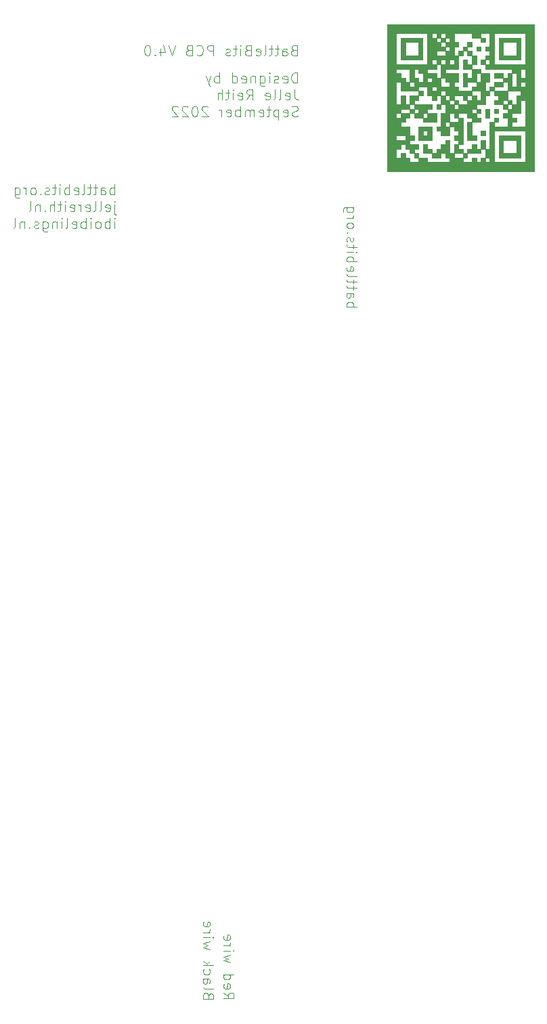
<source format=gbr>
%TF.GenerationSoftware,KiCad,Pcbnew,(6.0.7-1)-1*%
%TF.CreationDate,2022-09-07T09:45:08+02:00*%
%TF.ProjectId,BattleBits_V4,42617474-6c65-4426-9974-735f56342e6b,rev?*%
%TF.SameCoordinates,Original*%
%TF.FileFunction,Other,User*%
%FSLAX46Y46*%
G04 Gerber Fmt 4.6, Leading zero omitted, Abs format (unit mm)*
G04 Created by KiCad (PCBNEW (6.0.7-1)-1) date 2022-09-07 09:45:08*
%MOMM*%
%LPD*%
G01*
G04 APERTURE LIST*
%ADD10C,0.113792*%
%ADD11C,0.012000*%
%ADD12C,0.038893*%
G04 APERTURE END LIST*
D10*
X132582855Y-161521726D02*
X133206002Y-161957929D01*
X132582855Y-162269502D02*
X133891463Y-162269502D01*
X133891463Y-161770985D01*
X133829149Y-161646356D01*
X133766834Y-161584041D01*
X133642205Y-161521726D01*
X133455261Y-161521726D01*
X133330631Y-161584041D01*
X133268317Y-161646356D01*
X133206002Y-161770985D01*
X133206002Y-162269502D01*
X132645170Y-160462377D02*
X132582855Y-160587006D01*
X132582855Y-160836265D01*
X132645170Y-160960894D01*
X132769799Y-161023209D01*
X133268317Y-161023209D01*
X133392946Y-160960894D01*
X133455261Y-160836265D01*
X133455261Y-160587006D01*
X133392946Y-160462377D01*
X133268317Y-160400062D01*
X133143687Y-160400062D01*
X133019058Y-161023209D01*
X132582855Y-159278398D02*
X133891463Y-159278398D01*
X132645170Y-159278398D02*
X132582855Y-159403028D01*
X132582855Y-159652286D01*
X132645170Y-159776916D01*
X132707485Y-159839230D01*
X132832114Y-159901545D01*
X133206002Y-159901545D01*
X133330631Y-159839230D01*
X133392946Y-159776916D01*
X133455261Y-159652286D01*
X133455261Y-159403028D01*
X133392946Y-159278398D01*
X133455261Y-157782846D02*
X132582855Y-157533588D01*
X133206002Y-157284329D01*
X132582855Y-157035070D01*
X133455261Y-156785812D01*
X132582855Y-156287294D02*
X133455261Y-156287294D01*
X133891463Y-156287294D02*
X133829149Y-156349609D01*
X133766834Y-156287294D01*
X133829149Y-156224980D01*
X133891463Y-156287294D01*
X133766834Y-156287294D01*
X132582855Y-155664148D02*
X133455261Y-155664148D01*
X133206002Y-155664148D02*
X133330631Y-155601833D01*
X133392946Y-155539518D01*
X133455261Y-155414889D01*
X133455261Y-155290260D01*
X132645170Y-154355540D02*
X132582855Y-154480169D01*
X132582855Y-154729428D01*
X132645170Y-154854057D01*
X132769799Y-154916372D01*
X133268317Y-154916372D01*
X133392946Y-154854057D01*
X133455261Y-154729428D01*
X133455261Y-154480169D01*
X133392946Y-154355540D01*
X133268317Y-154293225D01*
X133143687Y-154293225D01*
X133019058Y-154916372D01*
X130734043Y-161910096D02*
X130671728Y-161723152D01*
X130609413Y-161660837D01*
X130484784Y-161598522D01*
X130297840Y-161598522D01*
X130173211Y-161660837D01*
X130110896Y-161723152D01*
X130048581Y-161847781D01*
X130048581Y-162346298D01*
X131357189Y-162346298D01*
X131357189Y-161910096D01*
X131294875Y-161785466D01*
X131232560Y-161723152D01*
X131107931Y-161660837D01*
X130983301Y-161660837D01*
X130858672Y-161723152D01*
X130796357Y-161785466D01*
X130734043Y-161910096D01*
X130734043Y-162346298D01*
X130048581Y-160850746D02*
X130110896Y-160975376D01*
X130235525Y-161037690D01*
X131357189Y-161037690D01*
X130048581Y-159791397D02*
X130734043Y-159791397D01*
X130858672Y-159853712D01*
X130920987Y-159978341D01*
X130920987Y-160227600D01*
X130858672Y-160352229D01*
X130110896Y-159791397D02*
X130048581Y-159916026D01*
X130048581Y-160227600D01*
X130110896Y-160352229D01*
X130235525Y-160414544D01*
X130360155Y-160414544D01*
X130484784Y-160352229D01*
X130547099Y-160227600D01*
X130547099Y-159916026D01*
X130609413Y-159791397D01*
X130110896Y-158607418D02*
X130048581Y-158732048D01*
X130048581Y-158981306D01*
X130110896Y-159105936D01*
X130173211Y-159168250D01*
X130297840Y-159230565D01*
X130671728Y-159230565D01*
X130796357Y-159168250D01*
X130858672Y-159105936D01*
X130920987Y-158981306D01*
X130920987Y-158732048D01*
X130858672Y-158607418D01*
X130048581Y-158046586D02*
X131357189Y-158046586D01*
X130547099Y-157921957D02*
X130048581Y-157548069D01*
X130920987Y-157548069D02*
X130422469Y-158046586D01*
X130920987Y-156114832D02*
X130048581Y-155865573D01*
X130671728Y-155616314D01*
X130048581Y-155367056D01*
X130920987Y-155117797D01*
X130048581Y-154619280D02*
X130920987Y-154619280D01*
X131357189Y-154619280D02*
X131294875Y-154681594D01*
X131232560Y-154619280D01*
X131294875Y-154556965D01*
X131357189Y-154619280D01*
X131232560Y-154619280D01*
X130048581Y-153996133D02*
X130920987Y-153996133D01*
X130671728Y-153996133D02*
X130796357Y-153933818D01*
X130858672Y-153871504D01*
X130920987Y-153746874D01*
X130920987Y-153622245D01*
X130110896Y-152687525D02*
X130048581Y-152812154D01*
X130048581Y-153061413D01*
X130110896Y-153186042D01*
X130235525Y-153248357D01*
X130734043Y-153248357D01*
X130858672Y-153186042D01*
X130920987Y-153061413D01*
X130920987Y-152812154D01*
X130858672Y-152687525D01*
X130734043Y-152625210D01*
X130609413Y-152625210D01*
X130484784Y-153248357D01*
X118994461Y-61763967D02*
X118994461Y-60455359D01*
X118994461Y-60953876D02*
X118869832Y-60891562D01*
X118620573Y-60891562D01*
X118495944Y-60953876D01*
X118433629Y-61016191D01*
X118371315Y-61140820D01*
X118371315Y-61514708D01*
X118433629Y-61639338D01*
X118495944Y-61701652D01*
X118620573Y-61763967D01*
X118869832Y-61763967D01*
X118994461Y-61701652D01*
X117249651Y-61763967D02*
X117249651Y-61078506D01*
X117311965Y-60953876D01*
X117436595Y-60891562D01*
X117685853Y-60891562D01*
X117810483Y-60953876D01*
X117249651Y-61701652D02*
X117374280Y-61763967D01*
X117685853Y-61763967D01*
X117810483Y-61701652D01*
X117872797Y-61577023D01*
X117872797Y-61452394D01*
X117810483Y-61327764D01*
X117685853Y-61265450D01*
X117374280Y-61265450D01*
X117249651Y-61203135D01*
X116813448Y-60891562D02*
X116314931Y-60891562D01*
X116626504Y-60455359D02*
X116626504Y-61577023D01*
X116564189Y-61701652D01*
X116439560Y-61763967D01*
X116314931Y-61763967D01*
X116065672Y-60891562D02*
X115567155Y-60891562D01*
X115878728Y-60455359D02*
X115878728Y-61577023D01*
X115816413Y-61701652D01*
X115691784Y-61763967D01*
X115567155Y-61763967D01*
X114944008Y-61763967D02*
X115068637Y-61701652D01*
X115130952Y-61577023D01*
X115130952Y-60455359D01*
X113946973Y-61701652D02*
X114071603Y-61763967D01*
X114320861Y-61763967D01*
X114445491Y-61701652D01*
X114507805Y-61577023D01*
X114507805Y-61078506D01*
X114445491Y-60953876D01*
X114320861Y-60891562D01*
X114071603Y-60891562D01*
X113946973Y-60953876D01*
X113884659Y-61078506D01*
X113884659Y-61203135D01*
X114507805Y-61327764D01*
X113323827Y-61763967D02*
X113323827Y-60455359D01*
X113323827Y-60953876D02*
X113199197Y-60891562D01*
X112949939Y-60891562D01*
X112825309Y-60953876D01*
X112762995Y-61016191D01*
X112700680Y-61140820D01*
X112700680Y-61514708D01*
X112762995Y-61639338D01*
X112825309Y-61701652D01*
X112949939Y-61763967D01*
X113199197Y-61763967D01*
X113323827Y-61701652D01*
X112139848Y-61763967D02*
X112139848Y-60891562D01*
X112139848Y-60455359D02*
X112202163Y-60517674D01*
X112139848Y-60579988D01*
X112077533Y-60517674D01*
X112139848Y-60455359D01*
X112139848Y-60579988D01*
X111703645Y-60891562D02*
X111205128Y-60891562D01*
X111516701Y-60455359D02*
X111516701Y-61577023D01*
X111454387Y-61701652D01*
X111329757Y-61763967D01*
X111205128Y-61763967D01*
X110831240Y-61701652D02*
X110706611Y-61763967D01*
X110457352Y-61763967D01*
X110332723Y-61701652D01*
X110270408Y-61577023D01*
X110270408Y-61514708D01*
X110332723Y-61390079D01*
X110457352Y-61327764D01*
X110644296Y-61327764D01*
X110768925Y-61265450D01*
X110831240Y-61140820D01*
X110831240Y-61078506D01*
X110768925Y-60953876D01*
X110644296Y-60891562D01*
X110457352Y-60891562D01*
X110332723Y-60953876D01*
X109709576Y-61639338D02*
X109647261Y-61701652D01*
X109709576Y-61763967D01*
X109771891Y-61701652D01*
X109709576Y-61639338D01*
X109709576Y-61763967D01*
X108899485Y-61763967D02*
X109024115Y-61701652D01*
X109086429Y-61639338D01*
X109148744Y-61514708D01*
X109148744Y-61140820D01*
X109086429Y-61016191D01*
X109024115Y-60953876D01*
X108899485Y-60891562D01*
X108712541Y-60891562D01*
X108587912Y-60953876D01*
X108525597Y-61016191D01*
X108463283Y-61140820D01*
X108463283Y-61514708D01*
X108525597Y-61639338D01*
X108587912Y-61701652D01*
X108712541Y-61763967D01*
X108899485Y-61763967D01*
X107902451Y-61763967D02*
X107902451Y-60891562D01*
X107902451Y-61140820D02*
X107840136Y-61016191D01*
X107777821Y-60953876D01*
X107653192Y-60891562D01*
X107528563Y-60891562D01*
X106531528Y-60891562D02*
X106531528Y-61950911D01*
X106593843Y-62075540D01*
X106656157Y-62137855D01*
X106780787Y-62200170D01*
X106967731Y-62200170D01*
X107092360Y-62137855D01*
X106531528Y-61701652D02*
X106656157Y-61763967D01*
X106905416Y-61763967D01*
X107030045Y-61701652D01*
X107092360Y-61639338D01*
X107154675Y-61514708D01*
X107154675Y-61140820D01*
X107092360Y-61016191D01*
X107030045Y-60953876D01*
X106905416Y-60891562D01*
X106656157Y-60891562D01*
X106531528Y-60953876D01*
X118994461Y-62998421D02*
X118994461Y-64120085D01*
X119056776Y-64244714D01*
X119181405Y-64307029D01*
X119243720Y-64307029D01*
X118994461Y-62562218D02*
X119056776Y-62624533D01*
X118994461Y-62686847D01*
X118932147Y-62624533D01*
X118994461Y-62562218D01*
X118994461Y-62686847D01*
X117872797Y-63808511D02*
X117997427Y-63870826D01*
X118246685Y-63870826D01*
X118371315Y-63808511D01*
X118433629Y-63683882D01*
X118433629Y-63185365D01*
X118371315Y-63060735D01*
X118246685Y-62998421D01*
X117997427Y-62998421D01*
X117872797Y-63060735D01*
X117810483Y-63185365D01*
X117810483Y-63309994D01*
X118433629Y-63434623D01*
X117062707Y-63870826D02*
X117187336Y-63808511D01*
X117249651Y-63683882D01*
X117249651Y-62562218D01*
X116377245Y-63870826D02*
X116501875Y-63808511D01*
X116564189Y-63683882D01*
X116564189Y-62562218D01*
X115380211Y-63808511D02*
X115504840Y-63870826D01*
X115754099Y-63870826D01*
X115878728Y-63808511D01*
X115941043Y-63683882D01*
X115941043Y-63185365D01*
X115878728Y-63060735D01*
X115754099Y-62998421D01*
X115504840Y-62998421D01*
X115380211Y-63060735D01*
X115317896Y-63185365D01*
X115317896Y-63309994D01*
X115941043Y-63434623D01*
X114757064Y-63870826D02*
X114757064Y-62998421D01*
X114757064Y-63247679D02*
X114694749Y-63123050D01*
X114632435Y-63060735D01*
X114507805Y-62998421D01*
X114383176Y-62998421D01*
X113448456Y-63808511D02*
X113573085Y-63870826D01*
X113822344Y-63870826D01*
X113946973Y-63808511D01*
X114009288Y-63683882D01*
X114009288Y-63185365D01*
X113946973Y-63060735D01*
X113822344Y-62998421D01*
X113573085Y-62998421D01*
X113448456Y-63060735D01*
X113386141Y-63185365D01*
X113386141Y-63309994D01*
X114009288Y-63434623D01*
X112825309Y-63870826D02*
X112825309Y-62998421D01*
X112825309Y-62562218D02*
X112887624Y-62624533D01*
X112825309Y-62686847D01*
X112762995Y-62624533D01*
X112825309Y-62562218D01*
X112825309Y-62686847D01*
X112389107Y-62998421D02*
X111890589Y-62998421D01*
X112202163Y-62562218D02*
X112202163Y-63683882D01*
X112139848Y-63808511D01*
X112015219Y-63870826D01*
X111890589Y-63870826D01*
X111454387Y-63870826D02*
X111454387Y-62562218D01*
X110893555Y-63870826D02*
X110893555Y-63185365D01*
X110955869Y-63060735D01*
X111080499Y-62998421D01*
X111267443Y-62998421D01*
X111392072Y-63060735D01*
X111454387Y-63123050D01*
X110270408Y-63746197D02*
X110208093Y-63808511D01*
X110270408Y-63870826D01*
X110332723Y-63808511D01*
X110270408Y-63746197D01*
X110270408Y-63870826D01*
X109647261Y-62998421D02*
X109647261Y-63870826D01*
X109647261Y-63123050D02*
X109584947Y-63060735D01*
X109460317Y-62998421D01*
X109273373Y-62998421D01*
X109148744Y-63060735D01*
X109086429Y-63185365D01*
X109086429Y-63870826D01*
X108276339Y-63870826D02*
X108400968Y-63808511D01*
X108463283Y-63683882D01*
X108463283Y-62562218D01*
X118994461Y-65977685D02*
X118994461Y-65105280D01*
X118994461Y-64669077D02*
X119056776Y-64731392D01*
X118994461Y-64793706D01*
X118932147Y-64731392D01*
X118994461Y-64669077D01*
X118994461Y-64793706D01*
X118371315Y-65977685D02*
X118371315Y-64669077D01*
X118371315Y-65167594D02*
X118246685Y-65105280D01*
X117997427Y-65105280D01*
X117872797Y-65167594D01*
X117810483Y-65229909D01*
X117748168Y-65354538D01*
X117748168Y-65728426D01*
X117810483Y-65853056D01*
X117872797Y-65915370D01*
X117997427Y-65977685D01*
X118246685Y-65977685D01*
X118371315Y-65915370D01*
X117000392Y-65977685D02*
X117125021Y-65915370D01*
X117187336Y-65853056D01*
X117249651Y-65728426D01*
X117249651Y-65354538D01*
X117187336Y-65229909D01*
X117125021Y-65167594D01*
X117000392Y-65105280D01*
X116813448Y-65105280D01*
X116688819Y-65167594D01*
X116626504Y-65229909D01*
X116564189Y-65354538D01*
X116564189Y-65728426D01*
X116626504Y-65853056D01*
X116688819Y-65915370D01*
X116813448Y-65977685D01*
X117000392Y-65977685D01*
X116003357Y-65977685D02*
X116003357Y-65105280D01*
X116003357Y-64669077D02*
X116065672Y-64731392D01*
X116003357Y-64793706D01*
X115941043Y-64731392D01*
X116003357Y-64669077D01*
X116003357Y-64793706D01*
X115380211Y-65977685D02*
X115380211Y-64669077D01*
X115380211Y-65167594D02*
X115255581Y-65105280D01*
X115006323Y-65105280D01*
X114881693Y-65167594D01*
X114819379Y-65229909D01*
X114757064Y-65354538D01*
X114757064Y-65728426D01*
X114819379Y-65853056D01*
X114881693Y-65915370D01*
X115006323Y-65977685D01*
X115255581Y-65977685D01*
X115380211Y-65915370D01*
X113697715Y-65915370D02*
X113822344Y-65977685D01*
X114071603Y-65977685D01*
X114196232Y-65915370D01*
X114258547Y-65790741D01*
X114258547Y-65292224D01*
X114196232Y-65167594D01*
X114071603Y-65105280D01*
X113822344Y-65105280D01*
X113697715Y-65167594D01*
X113635400Y-65292224D01*
X113635400Y-65416853D01*
X114258547Y-65541482D01*
X112887624Y-65977685D02*
X113012253Y-65915370D01*
X113074568Y-65790741D01*
X113074568Y-64669077D01*
X112389107Y-65977685D02*
X112389107Y-65105280D01*
X112389107Y-64669077D02*
X112451421Y-64731392D01*
X112389107Y-64793706D01*
X112326792Y-64731392D01*
X112389107Y-64669077D01*
X112389107Y-64793706D01*
X111765960Y-65105280D02*
X111765960Y-65977685D01*
X111765960Y-65229909D02*
X111703645Y-65167594D01*
X111579016Y-65105280D01*
X111392072Y-65105280D01*
X111267443Y-65167594D01*
X111205128Y-65292224D01*
X111205128Y-65977685D01*
X110021149Y-65105280D02*
X110021149Y-66164629D01*
X110083464Y-66289258D01*
X110145779Y-66351573D01*
X110270408Y-66413888D01*
X110457352Y-66413888D01*
X110581981Y-66351573D01*
X110021149Y-65915370D02*
X110145779Y-65977685D01*
X110395037Y-65977685D01*
X110519667Y-65915370D01*
X110581981Y-65853056D01*
X110644296Y-65728426D01*
X110644296Y-65354538D01*
X110581981Y-65229909D01*
X110519667Y-65167594D01*
X110395037Y-65105280D01*
X110145779Y-65105280D01*
X110021149Y-65167594D01*
X109460317Y-65915370D02*
X109335688Y-65977685D01*
X109086429Y-65977685D01*
X108961800Y-65915370D01*
X108899485Y-65790741D01*
X108899485Y-65728426D01*
X108961800Y-65603797D01*
X109086429Y-65541482D01*
X109273373Y-65541482D01*
X109398003Y-65479168D01*
X109460317Y-65354538D01*
X109460317Y-65292224D01*
X109398003Y-65167594D01*
X109273373Y-65105280D01*
X109086429Y-65105280D01*
X108961800Y-65167594D01*
X108338653Y-65853056D02*
X108276339Y-65915370D01*
X108338653Y-65977685D01*
X108400968Y-65915370D01*
X108338653Y-65853056D01*
X108338653Y-65977685D01*
X107715507Y-65105280D02*
X107715507Y-65977685D01*
X107715507Y-65229909D02*
X107653192Y-65167594D01*
X107528563Y-65105280D01*
X107341619Y-65105280D01*
X107216989Y-65167594D01*
X107154675Y-65292224D01*
X107154675Y-65977685D01*
X106344584Y-65977685D02*
X106469213Y-65915370D01*
X106531528Y-65790741D01*
X106531528Y-64669077D01*
X147987222Y-75814461D02*
X149295830Y-75814461D01*
X148797313Y-75814461D02*
X148859628Y-75689832D01*
X148859628Y-75440573D01*
X148797313Y-75315944D01*
X148734998Y-75253629D01*
X148610369Y-75191315D01*
X148236481Y-75191315D01*
X148111852Y-75253629D01*
X148049537Y-75315944D01*
X147987222Y-75440573D01*
X147987222Y-75689832D01*
X148049537Y-75814461D01*
X147987222Y-74069651D02*
X148672684Y-74069651D01*
X148797313Y-74131965D01*
X148859628Y-74256595D01*
X148859628Y-74505853D01*
X148797313Y-74630483D01*
X148049537Y-74069651D02*
X147987222Y-74194280D01*
X147987222Y-74505853D01*
X148049537Y-74630483D01*
X148174166Y-74692797D01*
X148298796Y-74692797D01*
X148423425Y-74630483D01*
X148485740Y-74505853D01*
X148485740Y-74194280D01*
X148548054Y-74069651D01*
X148859628Y-73633448D02*
X148859628Y-73134931D01*
X149295830Y-73446504D02*
X148174166Y-73446504D01*
X148049537Y-73384189D01*
X147987222Y-73259560D01*
X147987222Y-73134931D01*
X148859628Y-72885672D02*
X148859628Y-72387155D01*
X149295830Y-72698728D02*
X148174166Y-72698728D01*
X148049537Y-72636413D01*
X147987222Y-72511784D01*
X147987222Y-72387155D01*
X147987222Y-71764008D02*
X148049537Y-71888637D01*
X148174166Y-71950952D01*
X149295830Y-71950952D01*
X148049537Y-70766973D02*
X147987222Y-70891603D01*
X147987222Y-71140861D01*
X148049537Y-71265491D01*
X148174166Y-71327805D01*
X148672684Y-71327805D01*
X148797313Y-71265491D01*
X148859628Y-71140861D01*
X148859628Y-70891603D01*
X148797313Y-70766973D01*
X148672684Y-70704659D01*
X148548054Y-70704659D01*
X148423425Y-71327805D01*
X147987222Y-70143827D02*
X149295830Y-70143827D01*
X148797313Y-70143827D02*
X148859628Y-70019197D01*
X148859628Y-69769939D01*
X148797313Y-69645309D01*
X148734998Y-69582995D01*
X148610369Y-69520680D01*
X148236481Y-69520680D01*
X148111852Y-69582995D01*
X148049537Y-69645309D01*
X147987222Y-69769939D01*
X147987222Y-70019197D01*
X148049537Y-70143827D01*
X147987222Y-68959848D02*
X148859628Y-68959848D01*
X149295830Y-68959848D02*
X149233516Y-69022163D01*
X149171201Y-68959848D01*
X149233516Y-68897533D01*
X149295830Y-68959848D01*
X149171201Y-68959848D01*
X148859628Y-68523645D02*
X148859628Y-68025128D01*
X149295830Y-68336701D02*
X148174166Y-68336701D01*
X148049537Y-68274387D01*
X147987222Y-68149757D01*
X147987222Y-68025128D01*
X148049537Y-67651240D02*
X147987222Y-67526611D01*
X147987222Y-67277352D01*
X148049537Y-67152723D01*
X148174166Y-67090408D01*
X148236481Y-67090408D01*
X148361110Y-67152723D01*
X148423425Y-67277352D01*
X148423425Y-67464296D01*
X148485740Y-67588925D01*
X148610369Y-67651240D01*
X148672684Y-67651240D01*
X148797313Y-67588925D01*
X148859628Y-67464296D01*
X148859628Y-67277352D01*
X148797313Y-67152723D01*
X148111852Y-66529576D02*
X148049537Y-66467261D01*
X147987222Y-66529576D01*
X148049537Y-66591891D01*
X148111852Y-66529576D01*
X147987222Y-66529576D01*
X147987222Y-65719485D02*
X148049537Y-65844115D01*
X148111852Y-65906429D01*
X148236481Y-65968744D01*
X148610369Y-65968744D01*
X148734998Y-65906429D01*
X148797313Y-65844115D01*
X148859628Y-65719485D01*
X148859628Y-65532541D01*
X148797313Y-65407912D01*
X148734998Y-65345597D01*
X148610369Y-65283283D01*
X148236481Y-65283283D01*
X148111852Y-65345597D01*
X148049537Y-65407912D01*
X147987222Y-65532541D01*
X147987222Y-65719485D01*
X147987222Y-64722451D02*
X148859628Y-64722451D01*
X148610369Y-64722451D02*
X148734998Y-64660136D01*
X148797313Y-64597821D01*
X148859628Y-64473192D01*
X148859628Y-64348563D01*
X148859628Y-63351528D02*
X147800278Y-63351528D01*
X147675649Y-63413843D01*
X147613334Y-63476157D01*
X147551020Y-63600787D01*
X147551020Y-63787731D01*
X147613334Y-63912360D01*
X148049537Y-63351528D02*
X147987222Y-63476157D01*
X147987222Y-63725416D01*
X148049537Y-63850045D01*
X148111852Y-63912360D01*
X148236481Y-63974675D01*
X148610369Y-63974675D01*
X148734998Y-63912360D01*
X148797313Y-63850045D01*
X148859628Y-63725416D01*
X148859628Y-63476157D01*
X148797313Y-63351528D01*
X141854461Y-47793967D02*
X141854461Y-46485359D01*
X141542888Y-46485359D01*
X141355944Y-46547674D01*
X141231315Y-46672303D01*
X141169000Y-46796932D01*
X141106685Y-47046191D01*
X141106685Y-47233135D01*
X141169000Y-47482394D01*
X141231315Y-47607023D01*
X141355944Y-47731652D01*
X141542888Y-47793967D01*
X141854461Y-47793967D01*
X140047336Y-47731652D02*
X140171965Y-47793967D01*
X140421224Y-47793967D01*
X140545853Y-47731652D01*
X140608168Y-47607023D01*
X140608168Y-47108506D01*
X140545853Y-46983876D01*
X140421224Y-46921562D01*
X140171965Y-46921562D01*
X140047336Y-46983876D01*
X139985021Y-47108506D01*
X139985021Y-47233135D01*
X140608168Y-47357764D01*
X139486504Y-47731652D02*
X139361875Y-47793967D01*
X139112616Y-47793967D01*
X138987987Y-47731652D01*
X138925672Y-47607023D01*
X138925672Y-47544708D01*
X138987987Y-47420079D01*
X139112616Y-47357764D01*
X139299560Y-47357764D01*
X139424189Y-47295450D01*
X139486504Y-47170820D01*
X139486504Y-47108506D01*
X139424189Y-46983876D01*
X139299560Y-46921562D01*
X139112616Y-46921562D01*
X138987987Y-46983876D01*
X138364840Y-47793967D02*
X138364840Y-46921562D01*
X138364840Y-46485359D02*
X138427155Y-46547674D01*
X138364840Y-46609988D01*
X138302525Y-46547674D01*
X138364840Y-46485359D01*
X138364840Y-46609988D01*
X137180861Y-46921562D02*
X137180861Y-47980911D01*
X137243176Y-48105540D01*
X137305491Y-48167855D01*
X137430120Y-48230170D01*
X137617064Y-48230170D01*
X137741693Y-48167855D01*
X137180861Y-47731652D02*
X137305491Y-47793967D01*
X137554749Y-47793967D01*
X137679379Y-47731652D01*
X137741693Y-47669338D01*
X137804008Y-47544708D01*
X137804008Y-47170820D01*
X137741693Y-47046191D01*
X137679379Y-46983876D01*
X137554749Y-46921562D01*
X137305491Y-46921562D01*
X137180861Y-46983876D01*
X136557715Y-46921562D02*
X136557715Y-47793967D01*
X136557715Y-47046191D02*
X136495400Y-46983876D01*
X136370771Y-46921562D01*
X136183827Y-46921562D01*
X136059197Y-46983876D01*
X135996883Y-47108506D01*
X135996883Y-47793967D01*
X134875219Y-47731652D02*
X134999848Y-47793967D01*
X135249107Y-47793967D01*
X135373736Y-47731652D01*
X135436051Y-47607023D01*
X135436051Y-47108506D01*
X135373736Y-46983876D01*
X135249107Y-46921562D01*
X134999848Y-46921562D01*
X134875219Y-46983876D01*
X134812904Y-47108506D01*
X134812904Y-47233135D01*
X135436051Y-47357764D01*
X133691240Y-47793967D02*
X133691240Y-46485359D01*
X133691240Y-47731652D02*
X133815869Y-47793967D01*
X134065128Y-47793967D01*
X134189757Y-47731652D01*
X134252072Y-47669338D01*
X134314387Y-47544708D01*
X134314387Y-47170820D01*
X134252072Y-47046191D01*
X134189757Y-46983876D01*
X134065128Y-46921562D01*
X133815869Y-46921562D01*
X133691240Y-46983876D01*
X132071059Y-47793967D02*
X132071059Y-46485359D01*
X132071059Y-46983876D02*
X131946429Y-46921562D01*
X131697171Y-46921562D01*
X131572541Y-46983876D01*
X131510227Y-47046191D01*
X131447912Y-47170820D01*
X131447912Y-47544708D01*
X131510227Y-47669338D01*
X131572541Y-47731652D01*
X131697171Y-47793967D01*
X131946429Y-47793967D01*
X132071059Y-47731652D01*
X131011709Y-46921562D02*
X130700136Y-47793967D01*
X130388563Y-46921562D02*
X130700136Y-47793967D01*
X130824765Y-48105540D01*
X130887080Y-48167855D01*
X131011709Y-48230170D01*
X141480573Y-48592218D02*
X141480573Y-49526938D01*
X141542888Y-49713882D01*
X141667517Y-49838511D01*
X141854461Y-49900826D01*
X141979091Y-49900826D01*
X140358909Y-49838511D02*
X140483539Y-49900826D01*
X140732797Y-49900826D01*
X140857427Y-49838511D01*
X140919741Y-49713882D01*
X140919741Y-49215365D01*
X140857427Y-49090735D01*
X140732797Y-49028421D01*
X140483539Y-49028421D01*
X140358909Y-49090735D01*
X140296595Y-49215365D01*
X140296595Y-49339994D01*
X140919741Y-49464623D01*
X139548819Y-49900826D02*
X139673448Y-49838511D01*
X139735763Y-49713882D01*
X139735763Y-48592218D01*
X138863357Y-49900826D02*
X138987987Y-49838511D01*
X139050301Y-49713882D01*
X139050301Y-48592218D01*
X137866323Y-49838511D02*
X137990952Y-49900826D01*
X138240211Y-49900826D01*
X138364840Y-49838511D01*
X138427155Y-49713882D01*
X138427155Y-49215365D01*
X138364840Y-49090735D01*
X138240211Y-49028421D01*
X137990952Y-49028421D01*
X137866323Y-49090735D01*
X137804008Y-49215365D01*
X137804008Y-49339994D01*
X138427155Y-49464623D01*
X135498365Y-49900826D02*
X135934568Y-49277679D01*
X136246141Y-49900826D02*
X136246141Y-48592218D01*
X135747624Y-48592218D01*
X135622995Y-48654533D01*
X135560680Y-48716847D01*
X135498365Y-48841477D01*
X135498365Y-49028421D01*
X135560680Y-49153050D01*
X135622995Y-49215365D01*
X135747624Y-49277679D01*
X136246141Y-49277679D01*
X134439016Y-49838511D02*
X134563645Y-49900826D01*
X134812904Y-49900826D01*
X134937533Y-49838511D01*
X134999848Y-49713882D01*
X134999848Y-49215365D01*
X134937533Y-49090735D01*
X134812904Y-49028421D01*
X134563645Y-49028421D01*
X134439016Y-49090735D01*
X134376701Y-49215365D01*
X134376701Y-49339994D01*
X134999848Y-49464623D01*
X133815869Y-49900826D02*
X133815869Y-49028421D01*
X133815869Y-48592218D02*
X133878184Y-48654533D01*
X133815869Y-48716847D01*
X133753555Y-48654533D01*
X133815869Y-48592218D01*
X133815869Y-48716847D01*
X133379667Y-49028421D02*
X132881149Y-49028421D01*
X133192723Y-48592218D02*
X133192723Y-49713882D01*
X133130408Y-49838511D01*
X133005779Y-49900826D01*
X132881149Y-49900826D01*
X132444947Y-49900826D02*
X132444947Y-48592218D01*
X131884115Y-49900826D02*
X131884115Y-49215365D01*
X131946429Y-49090735D01*
X132071059Y-49028421D01*
X132258003Y-49028421D01*
X132382632Y-49090735D01*
X132444947Y-49153050D01*
X141916776Y-51945370D02*
X141729832Y-52007685D01*
X141418259Y-52007685D01*
X141293629Y-51945370D01*
X141231315Y-51883056D01*
X141169000Y-51758426D01*
X141169000Y-51633797D01*
X141231315Y-51509168D01*
X141293629Y-51446853D01*
X141418259Y-51384538D01*
X141667517Y-51322224D01*
X141792147Y-51259909D01*
X141854461Y-51197594D01*
X141916776Y-51072965D01*
X141916776Y-50948336D01*
X141854461Y-50823706D01*
X141792147Y-50761392D01*
X141667517Y-50699077D01*
X141355944Y-50699077D01*
X141169000Y-50761392D01*
X140109651Y-51945370D02*
X140234280Y-52007685D01*
X140483539Y-52007685D01*
X140608168Y-51945370D01*
X140670483Y-51820741D01*
X140670483Y-51322224D01*
X140608168Y-51197594D01*
X140483539Y-51135280D01*
X140234280Y-51135280D01*
X140109651Y-51197594D01*
X140047336Y-51322224D01*
X140047336Y-51446853D01*
X140670483Y-51571482D01*
X139486504Y-51135280D02*
X139486504Y-52443888D01*
X139486504Y-51197594D02*
X139361875Y-51135280D01*
X139112616Y-51135280D01*
X138987987Y-51197594D01*
X138925672Y-51259909D01*
X138863357Y-51384538D01*
X138863357Y-51758426D01*
X138925672Y-51883056D01*
X138987987Y-51945370D01*
X139112616Y-52007685D01*
X139361875Y-52007685D01*
X139486504Y-51945370D01*
X138489469Y-51135280D02*
X137990952Y-51135280D01*
X138302525Y-50699077D02*
X138302525Y-51820741D01*
X138240211Y-51945370D01*
X138115581Y-52007685D01*
X137990952Y-52007685D01*
X137056232Y-51945370D02*
X137180861Y-52007685D01*
X137430120Y-52007685D01*
X137554749Y-51945370D01*
X137617064Y-51820741D01*
X137617064Y-51322224D01*
X137554749Y-51197594D01*
X137430120Y-51135280D01*
X137180861Y-51135280D01*
X137056232Y-51197594D01*
X136993917Y-51322224D01*
X136993917Y-51446853D01*
X137617064Y-51571482D01*
X136433085Y-52007685D02*
X136433085Y-51135280D01*
X136433085Y-51259909D02*
X136370771Y-51197594D01*
X136246141Y-51135280D01*
X136059197Y-51135280D01*
X135934568Y-51197594D01*
X135872253Y-51322224D01*
X135872253Y-52007685D01*
X135872253Y-51322224D02*
X135809939Y-51197594D01*
X135685309Y-51135280D01*
X135498365Y-51135280D01*
X135373736Y-51197594D01*
X135311421Y-51322224D01*
X135311421Y-52007685D01*
X134688275Y-52007685D02*
X134688275Y-50699077D01*
X134688275Y-51197594D02*
X134563645Y-51135280D01*
X134314387Y-51135280D01*
X134189757Y-51197594D01*
X134127443Y-51259909D01*
X134065128Y-51384538D01*
X134065128Y-51758426D01*
X134127443Y-51883056D01*
X134189757Y-51945370D01*
X134314387Y-52007685D01*
X134563645Y-52007685D01*
X134688275Y-51945370D01*
X133005779Y-51945370D02*
X133130408Y-52007685D01*
X133379667Y-52007685D01*
X133504296Y-51945370D01*
X133566611Y-51820741D01*
X133566611Y-51322224D01*
X133504296Y-51197594D01*
X133379667Y-51135280D01*
X133130408Y-51135280D01*
X133005779Y-51197594D01*
X132943464Y-51322224D01*
X132943464Y-51446853D01*
X133566611Y-51571482D01*
X132382632Y-52007685D02*
X132382632Y-51135280D01*
X132382632Y-51384538D02*
X132320317Y-51259909D01*
X132258003Y-51197594D01*
X132133373Y-51135280D01*
X132008744Y-51135280D01*
X130637821Y-50823706D02*
X130575507Y-50761392D01*
X130450877Y-50699077D01*
X130139304Y-50699077D01*
X130014675Y-50761392D01*
X129952360Y-50823706D01*
X129890045Y-50948336D01*
X129890045Y-51072965D01*
X129952360Y-51259909D01*
X130700136Y-52007685D01*
X129890045Y-52007685D01*
X129079955Y-50699077D02*
X128955325Y-50699077D01*
X128830696Y-50761392D01*
X128768381Y-50823706D01*
X128706067Y-50948336D01*
X128643752Y-51197594D01*
X128643752Y-51509168D01*
X128706067Y-51758426D01*
X128768381Y-51883056D01*
X128830696Y-51945370D01*
X128955325Y-52007685D01*
X129079955Y-52007685D01*
X129204584Y-51945370D01*
X129266899Y-51883056D01*
X129329213Y-51758426D01*
X129391528Y-51509168D01*
X129391528Y-51197594D01*
X129329213Y-50948336D01*
X129266899Y-50823706D01*
X129204584Y-50761392D01*
X129079955Y-50699077D01*
X128145235Y-50823706D02*
X128082920Y-50761392D01*
X127958291Y-50699077D01*
X127646717Y-50699077D01*
X127522088Y-50761392D01*
X127459773Y-50823706D01*
X127397459Y-50948336D01*
X127397459Y-51072965D01*
X127459773Y-51259909D01*
X128207549Y-52007685D01*
X127397459Y-52007685D01*
X126898941Y-50823706D02*
X126836627Y-50761392D01*
X126711997Y-50699077D01*
X126400424Y-50699077D01*
X126275795Y-50761392D01*
X126213480Y-50823706D01*
X126151165Y-50948336D01*
X126151165Y-51072965D01*
X126213480Y-51259909D01*
X126961256Y-52007685D01*
X126151165Y-52007685D01*
X141418259Y-43702224D02*
X141231315Y-43764538D01*
X141169000Y-43826853D01*
X141106685Y-43951482D01*
X141106685Y-44138426D01*
X141169000Y-44263056D01*
X141231315Y-44325370D01*
X141355944Y-44387685D01*
X141854461Y-44387685D01*
X141854461Y-43079077D01*
X141418259Y-43079077D01*
X141293629Y-43141392D01*
X141231315Y-43203706D01*
X141169000Y-43328336D01*
X141169000Y-43452965D01*
X141231315Y-43577594D01*
X141293629Y-43639909D01*
X141418259Y-43702224D01*
X141854461Y-43702224D01*
X139985021Y-44387685D02*
X139985021Y-43702224D01*
X140047336Y-43577594D01*
X140171965Y-43515280D01*
X140421224Y-43515280D01*
X140545853Y-43577594D01*
X139985021Y-44325370D02*
X140109651Y-44387685D01*
X140421224Y-44387685D01*
X140545853Y-44325370D01*
X140608168Y-44200741D01*
X140608168Y-44076112D01*
X140545853Y-43951482D01*
X140421224Y-43889168D01*
X140109651Y-43889168D01*
X139985021Y-43826853D01*
X139548819Y-43515280D02*
X139050301Y-43515280D01*
X139361875Y-43079077D02*
X139361875Y-44200741D01*
X139299560Y-44325370D01*
X139174931Y-44387685D01*
X139050301Y-44387685D01*
X138801043Y-43515280D02*
X138302525Y-43515280D01*
X138614099Y-43079077D02*
X138614099Y-44200741D01*
X138551784Y-44325370D01*
X138427155Y-44387685D01*
X138302525Y-44387685D01*
X137679379Y-44387685D02*
X137804008Y-44325370D01*
X137866323Y-44200741D01*
X137866323Y-43079077D01*
X136682344Y-44325370D02*
X136806973Y-44387685D01*
X137056232Y-44387685D01*
X137180861Y-44325370D01*
X137243176Y-44200741D01*
X137243176Y-43702224D01*
X137180861Y-43577594D01*
X137056232Y-43515280D01*
X136806973Y-43515280D01*
X136682344Y-43577594D01*
X136620029Y-43702224D01*
X136620029Y-43826853D01*
X137243176Y-43951482D01*
X135622995Y-43702224D02*
X135436051Y-43764538D01*
X135373736Y-43826853D01*
X135311421Y-43951482D01*
X135311421Y-44138426D01*
X135373736Y-44263056D01*
X135436051Y-44325370D01*
X135560680Y-44387685D01*
X136059197Y-44387685D01*
X136059197Y-43079077D01*
X135622995Y-43079077D01*
X135498365Y-43141392D01*
X135436051Y-43203706D01*
X135373736Y-43328336D01*
X135373736Y-43452965D01*
X135436051Y-43577594D01*
X135498365Y-43639909D01*
X135622995Y-43702224D01*
X136059197Y-43702224D01*
X134750589Y-44387685D02*
X134750589Y-43515280D01*
X134750589Y-43079077D02*
X134812904Y-43141392D01*
X134750589Y-43203706D01*
X134688275Y-43141392D01*
X134750589Y-43079077D01*
X134750589Y-43203706D01*
X134314387Y-43515280D02*
X133815869Y-43515280D01*
X134127443Y-43079077D02*
X134127443Y-44200741D01*
X134065128Y-44325370D01*
X133940499Y-44387685D01*
X133815869Y-44387685D01*
X133441981Y-44325370D02*
X133317352Y-44387685D01*
X133068093Y-44387685D01*
X132943464Y-44325370D01*
X132881149Y-44200741D01*
X132881149Y-44138426D01*
X132943464Y-44013797D01*
X133068093Y-43951482D01*
X133255037Y-43951482D01*
X133379667Y-43889168D01*
X133441981Y-43764538D01*
X133441981Y-43702224D01*
X133379667Y-43577594D01*
X133255037Y-43515280D01*
X133068093Y-43515280D01*
X132943464Y-43577594D01*
X131323283Y-44387685D02*
X131323283Y-43079077D01*
X130824765Y-43079077D01*
X130700136Y-43141392D01*
X130637821Y-43203706D01*
X130575507Y-43328336D01*
X130575507Y-43515280D01*
X130637821Y-43639909D01*
X130700136Y-43702224D01*
X130824765Y-43764538D01*
X131323283Y-43764538D01*
X129266899Y-44263056D02*
X129329213Y-44325370D01*
X129516157Y-44387685D01*
X129640787Y-44387685D01*
X129827731Y-44325370D01*
X129952360Y-44200741D01*
X130014675Y-44076112D01*
X130076989Y-43826853D01*
X130076989Y-43639909D01*
X130014675Y-43390650D01*
X129952360Y-43266021D01*
X129827731Y-43141392D01*
X129640787Y-43079077D01*
X129516157Y-43079077D01*
X129329213Y-43141392D01*
X129266899Y-43203706D01*
X128269864Y-43702224D02*
X128082920Y-43764538D01*
X128020605Y-43826853D01*
X127958291Y-43951482D01*
X127958291Y-44138426D01*
X128020605Y-44263056D01*
X128082920Y-44325370D01*
X128207549Y-44387685D01*
X128706067Y-44387685D01*
X128706067Y-43079077D01*
X128269864Y-43079077D01*
X128145235Y-43141392D01*
X128082920Y-43203706D01*
X128020605Y-43328336D01*
X128020605Y-43452965D01*
X128082920Y-43577594D01*
X128145235Y-43639909D01*
X128269864Y-43702224D01*
X128706067Y-43702224D01*
X126587368Y-43079077D02*
X126151165Y-44387685D01*
X125714963Y-43079077D01*
X124717928Y-43515280D02*
X124717928Y-44387685D01*
X125029501Y-43016762D02*
X125341075Y-43951482D01*
X124530984Y-43951482D01*
X124032467Y-44263056D02*
X123970152Y-44325370D01*
X124032467Y-44387685D01*
X124094781Y-44325370D01*
X124032467Y-44263056D01*
X124032467Y-44387685D01*
X123160061Y-43079077D02*
X123035432Y-43079077D01*
X122910803Y-43141392D01*
X122848488Y-43203706D01*
X122786173Y-43328336D01*
X122723859Y-43577594D01*
X122723859Y-43889168D01*
X122786173Y-44138426D01*
X122848488Y-44263056D01*
X122910803Y-44325370D01*
X123035432Y-44387685D01*
X123160061Y-44387685D01*
X123284691Y-44325370D01*
X123347005Y-44263056D01*
X123409320Y-44138426D01*
X123471635Y-43889168D01*
X123471635Y-43577594D01*
X123409320Y-43328336D01*
X123347005Y-43203706D01*
X123284691Y-43141392D01*
X123160061Y-43079077D01*
D11*
G36*
X163671254Y-44370621D02*
G01*
X163115629Y-44370621D01*
X163115629Y-43814996D01*
X163671254Y-43814996D01*
X163671254Y-44370621D01*
G37*
X163671254Y-44370621D02*
X163115629Y-44370621D01*
X163115629Y-43814996D01*
X163671254Y-43814996D01*
X163671254Y-44370621D01*
G36*
X164226879Y-45481871D02*
G01*
X163671254Y-45481871D01*
X163671254Y-44370621D01*
X164226879Y-44370621D01*
X164226879Y-45481871D01*
G37*
X164226879Y-45481871D02*
X163671254Y-45481871D01*
X163671254Y-44370621D01*
X164226879Y-44370621D01*
X164226879Y-45481871D01*
G36*
X163115629Y-45481871D02*
G01*
X163671254Y-45481871D01*
X163671254Y-46037496D01*
X162560005Y-46037496D01*
X162560005Y-44926246D01*
X163115629Y-44926246D01*
X163115629Y-45481871D01*
G37*
X163115629Y-45481871D02*
X163671254Y-45481871D01*
X163671254Y-46037496D01*
X162560005Y-46037496D01*
X162560005Y-44926246D01*
X163115629Y-44926246D01*
X163115629Y-45481871D01*
G36*
X167560629Y-48259996D02*
G01*
X166449379Y-48259996D01*
X166449379Y-47704371D01*
X167560629Y-47704371D01*
X167560629Y-48259996D01*
G37*
X167560629Y-48259996D02*
X166449379Y-48259996D01*
X166449379Y-47704371D01*
X167560629Y-47704371D01*
X167560629Y-48259996D01*
G36*
X163115629Y-43814996D02*
G01*
X162560005Y-43814996D01*
X162560005Y-43259371D01*
X163115629Y-43259371D01*
X163115629Y-43814996D01*
G37*
X163115629Y-43814996D02*
X162560005Y-43814996D01*
X162560005Y-43259371D01*
X163115629Y-43259371D01*
X163115629Y-43814996D01*
G36*
X162560005Y-44370621D02*
G01*
X162004379Y-44370621D01*
X162004379Y-43814996D01*
X162560005Y-43814996D01*
X162560005Y-44370621D01*
G37*
X162560005Y-44370621D02*
X162004379Y-44370621D01*
X162004379Y-43814996D01*
X162560005Y-43814996D01*
X162560005Y-44370621D01*
G36*
X165338129Y-42703746D02*
G01*
X164782504Y-42703746D01*
X164782504Y-42148121D01*
X165338129Y-42148121D01*
X165338129Y-42703746D01*
G37*
X165338129Y-42703746D02*
X164782504Y-42703746D01*
X164782504Y-42148121D01*
X165338129Y-42148121D01*
X165338129Y-42703746D01*
G36*
X163671254Y-43259371D02*
G01*
X163115629Y-43259371D01*
X163115629Y-42703746D01*
X163671254Y-42703746D01*
X163671254Y-43259371D01*
G37*
X163671254Y-43259371D02*
X163115629Y-43259371D01*
X163115629Y-42703746D01*
X163671254Y-42703746D01*
X163671254Y-43259371D01*
G36*
X164782504Y-43814996D02*
G01*
X164226879Y-43814996D01*
X164226879Y-43259371D01*
X164782504Y-43259371D01*
X164782504Y-43814996D01*
G37*
X164782504Y-43814996D02*
X164226879Y-43814996D01*
X164226879Y-43259371D01*
X164782504Y-43259371D01*
X164782504Y-43814996D01*
G36*
X167560629Y-47148746D02*
G01*
X166449379Y-47148746D01*
X166449379Y-46593121D01*
X167560629Y-46593121D01*
X167560629Y-47148746D01*
G37*
X167560629Y-47148746D02*
X166449379Y-47148746D01*
X166449379Y-46593121D01*
X167560629Y-46593121D01*
X167560629Y-47148746D01*
G36*
X154809037Y-44898464D02*
G01*
X154809037Y-44370621D01*
X155336880Y-44370621D01*
X157003754Y-44370621D01*
X157003754Y-42703746D01*
X155336880Y-42703746D01*
X155336880Y-44370621D01*
X154809037Y-44370621D01*
X154809037Y-42175902D01*
X157531599Y-42175902D01*
X157531599Y-44898464D01*
X154809037Y-44898464D01*
G37*
X154809037Y-44898464D02*
X154809037Y-44370621D01*
X155336880Y-44370621D01*
X157003754Y-44370621D01*
X157003754Y-42703746D01*
X155336880Y-42703746D01*
X155336880Y-44370621D01*
X154809037Y-44370621D01*
X154809037Y-42175902D01*
X157531599Y-42175902D01*
X157531599Y-44898464D01*
X154809037Y-44898464D01*
G36*
X167032786Y-44898464D02*
G01*
X167032786Y-44370621D01*
X167560629Y-44370621D01*
X169227504Y-44370621D01*
X169227504Y-42703746D01*
X167560629Y-42703746D01*
X167560629Y-44370621D01*
X167032786Y-44370621D01*
X167032786Y-42175902D01*
X169755348Y-42175902D01*
X169755348Y-44898464D01*
X167032786Y-44898464D01*
G37*
X167032786Y-44898464D02*
X167032786Y-44370621D01*
X167560629Y-44370621D01*
X169227504Y-44370621D01*
X169227504Y-42703746D01*
X167560629Y-42703746D01*
X167560629Y-44370621D01*
X167032786Y-44370621D01*
X167032786Y-42175902D01*
X169755348Y-42175902D01*
X169755348Y-44898464D01*
X167032786Y-44898464D01*
G36*
X167005004Y-51593746D02*
G01*
X166449379Y-51593746D01*
X166449379Y-51038120D01*
X167005004Y-51038120D01*
X167005004Y-51593746D01*
G37*
X167005004Y-51593746D02*
X166449379Y-51593746D01*
X166449379Y-51038120D01*
X167005004Y-51038120D01*
X167005004Y-51593746D01*
G36*
X165893754Y-52149370D02*
G01*
X165338129Y-52149370D01*
X165338129Y-51038120D01*
X165893754Y-51038120D01*
X165893754Y-52149370D01*
G37*
X165893754Y-52149370D02*
X165338129Y-52149370D01*
X165338129Y-51038120D01*
X165893754Y-51038120D01*
X165893754Y-52149370D01*
G36*
X167005004Y-52704995D02*
G01*
X166449379Y-52704995D01*
X166449379Y-52149370D01*
X167005004Y-52149370D01*
X167005004Y-52704995D01*
G37*
X167005004Y-52704995D02*
X166449379Y-52704995D01*
X166449379Y-52149370D01*
X167005004Y-52149370D01*
X167005004Y-52704995D01*
G36*
X165338129Y-54371870D02*
G01*
X164782504Y-54371870D01*
X164782504Y-53816245D01*
X165338129Y-53816245D01*
X165338129Y-54371870D01*
G37*
X165338129Y-54371870D02*
X164782504Y-54371870D01*
X164782504Y-53816245D01*
X165338129Y-53816245D01*
X165338129Y-54371870D01*
G36*
X163671254Y-54371870D02*
G01*
X164226879Y-54371870D01*
X164226879Y-54927496D01*
X163115629Y-54927496D01*
X163115629Y-52704995D01*
X163671254Y-52704995D01*
X163671254Y-54371870D01*
G37*
X163671254Y-54371870D02*
X164226879Y-54371870D01*
X164226879Y-54927496D01*
X163115629Y-54927496D01*
X163115629Y-52704995D01*
X163671254Y-52704995D01*
X163671254Y-54371870D01*
G36*
X159781880Y-51038120D02*
G01*
X159226255Y-51038120D01*
X159226255Y-50482495D01*
X159781880Y-50482495D01*
X159781880Y-51038120D01*
G37*
X159781880Y-51038120D02*
X159226255Y-51038120D01*
X159226255Y-50482495D01*
X159781880Y-50482495D01*
X159781880Y-51038120D01*
G36*
X157003754Y-54927496D02*
G01*
X157003754Y-54371870D01*
X157559380Y-54371870D01*
X158115005Y-54371870D01*
X158115005Y-53816245D01*
X157559380Y-53816245D01*
X157559380Y-54371870D01*
X157003754Y-54371870D01*
X157003754Y-53260621D01*
X158670629Y-53260621D01*
X158670629Y-54927496D01*
X157003754Y-54927496D01*
G37*
X157003754Y-54927496D02*
X157003754Y-54371870D01*
X157559380Y-54371870D01*
X158115005Y-54371870D01*
X158115005Y-53816245D01*
X157559380Y-53816245D01*
X157559380Y-54371870D01*
X157003754Y-54371870D01*
X157003754Y-53260621D01*
X158670629Y-53260621D01*
X158670629Y-54927496D01*
X157003754Y-54927496D01*
G36*
X158115005Y-56038745D02*
G01*
X158670629Y-56038745D01*
X158670629Y-56594370D01*
X157559380Y-56594370D01*
X157559380Y-55483120D01*
X158115005Y-55483120D01*
X158115005Y-56038745D01*
G37*
X158115005Y-56038745D02*
X158670629Y-56038745D01*
X158670629Y-56594370D01*
X157559380Y-56594370D01*
X157559380Y-55483120D01*
X158115005Y-55483120D01*
X158115005Y-56038745D01*
G36*
X167032786Y-57122213D02*
G01*
X167032786Y-56594370D01*
X167560629Y-56594370D01*
X169227504Y-56594370D01*
X169227504Y-54927496D01*
X167560629Y-54927496D01*
X167560629Y-56594370D01*
X167032786Y-56594370D01*
X167032786Y-54399651D01*
X169755348Y-54399651D01*
X169755348Y-57122213D01*
X167032786Y-57122213D01*
G37*
X167032786Y-57122213D02*
X167032786Y-56594370D01*
X167560629Y-56594370D01*
X169227504Y-56594370D01*
X169227504Y-54927496D01*
X167560629Y-54927496D01*
X167560629Y-56594370D01*
X167032786Y-56594370D01*
X167032786Y-54399651D01*
X169755348Y-54399651D01*
X169755348Y-57122213D01*
X167032786Y-57122213D01*
G36*
X153114381Y-58816869D02*
G01*
X153114381Y-57149996D01*
X154225630Y-57149996D01*
X154781254Y-57149996D01*
X154781254Y-56594370D01*
X155336880Y-56594370D01*
X155336880Y-57149996D01*
X155892505Y-57149996D01*
X155892505Y-57705620D01*
X157003754Y-57705620D01*
X157003754Y-57149996D01*
X156448130Y-57149996D01*
X156448130Y-56594370D01*
X155892505Y-56594370D01*
X155892505Y-56038745D01*
X155336880Y-56038745D01*
X155336880Y-55483120D01*
X154781254Y-55483120D01*
X154781254Y-56038745D01*
X154225630Y-56038745D01*
X154225630Y-57149996D01*
X153114381Y-57149996D01*
X153114381Y-54927496D01*
X154225630Y-54927496D01*
X155336880Y-54927496D01*
X155336880Y-54371870D01*
X154225630Y-54371870D01*
X154225630Y-54927496D01*
X153114381Y-54927496D01*
X153114381Y-52149370D01*
X154225630Y-52149370D01*
X154781254Y-52149370D01*
X154781254Y-51593746D01*
X155892505Y-51593746D01*
X155892505Y-52149370D01*
X155336880Y-52149370D01*
X155336880Y-52704995D01*
X154781254Y-52704995D01*
X154781254Y-53260621D01*
X155892505Y-53260621D01*
X155892505Y-54371870D01*
X156448130Y-54371870D01*
X156448130Y-54927496D01*
X155892505Y-54927496D01*
X155892505Y-55483120D01*
X157003754Y-55483120D01*
X157003754Y-56038745D01*
X156448130Y-56038745D01*
X156448130Y-56594370D01*
X157003754Y-56594370D01*
X157003754Y-57149996D01*
X158115005Y-57149996D01*
X158115005Y-57705620D01*
X160893130Y-57705620D01*
X160893130Y-57149996D01*
X161448755Y-57149996D01*
X162560005Y-57149996D01*
X162560005Y-57705620D01*
X163671254Y-57705620D01*
X163671254Y-57149996D01*
X164226879Y-57149996D01*
X164226879Y-57705620D01*
X164782504Y-57705620D01*
X165338129Y-57705620D01*
X165893754Y-57705620D01*
X166449379Y-57705620D01*
X170338754Y-57705620D01*
X170338754Y-53816245D01*
X166449379Y-53816245D01*
X166449379Y-57705620D01*
X165893754Y-57705620D01*
X165893754Y-57149996D01*
X165338129Y-57149996D01*
X165338129Y-57705620D01*
X164782504Y-57705620D01*
X164782504Y-57149996D01*
X165338129Y-57149996D01*
X165338129Y-56038745D01*
X164782504Y-56038745D01*
X164782504Y-56594370D01*
X163115629Y-56594370D01*
X163115629Y-57149996D01*
X162560005Y-57149996D01*
X162560005Y-56594370D01*
X161448755Y-56594370D01*
X161448755Y-57149996D01*
X160893130Y-57149996D01*
X160337504Y-57149996D01*
X160337504Y-56594370D01*
X159781880Y-56594370D01*
X159781880Y-57149996D01*
X158670629Y-57149996D01*
X158670629Y-56594370D01*
X159226255Y-56594370D01*
X159226255Y-56038745D01*
X159781880Y-56038745D01*
X159781880Y-55483120D01*
X160337504Y-55483120D01*
X160337504Y-54927496D01*
X160893130Y-54927496D01*
X160893130Y-56594370D01*
X161448755Y-56594370D01*
X161448755Y-55483120D01*
X162004379Y-55483120D01*
X162004379Y-56038745D01*
X162560005Y-56038745D01*
X162560005Y-56594370D01*
X163115629Y-56594370D01*
X163115629Y-56038745D01*
X163671254Y-56038745D01*
X163671254Y-55483120D01*
X164226879Y-55483120D01*
X164226879Y-56038745D01*
X164782504Y-56038745D01*
X164782504Y-54927496D01*
X165338129Y-54927496D01*
X165338129Y-56038745D01*
X165893754Y-56038745D01*
X165893754Y-52704995D01*
X166449379Y-52704995D01*
X166449379Y-53260621D01*
X170338754Y-53260621D01*
X170338754Y-49926871D01*
X169783129Y-49926871D01*
X169783129Y-51593746D01*
X168671879Y-51593746D01*
X168671879Y-52149370D01*
X169227504Y-52149370D01*
X169227504Y-52704995D01*
X168671879Y-52704995D01*
X168671879Y-53260621D01*
X168116254Y-53260621D01*
X168116254Y-52149370D01*
X167560629Y-52149370D01*
X167560629Y-51593746D01*
X168116254Y-51593746D01*
X168116254Y-51038120D01*
X167560629Y-51038120D01*
X167560629Y-50482495D01*
X168116254Y-50482495D01*
X168116254Y-51038120D01*
X168671879Y-51038120D01*
X168671879Y-50482495D01*
X168116254Y-50482495D01*
X168116254Y-49926871D01*
X168671879Y-49926871D01*
X168671879Y-50482495D01*
X169227504Y-50482495D01*
X169227504Y-49371245D01*
X169783129Y-49371245D01*
X169783129Y-48815621D01*
X168116254Y-48815621D01*
X168116254Y-49926871D01*
X167560629Y-49926871D01*
X167560629Y-50482495D01*
X166449379Y-50482495D01*
X166449379Y-49926871D01*
X167005004Y-49926871D01*
X167005004Y-49371245D01*
X166449379Y-49371245D01*
X166449379Y-48815621D01*
X165893754Y-48815621D01*
X165893754Y-49371245D01*
X165338129Y-49371245D01*
X165338129Y-50482495D01*
X164226879Y-50482495D01*
X164226879Y-51038120D01*
X164782504Y-51038120D01*
X164782504Y-51593746D01*
X164226879Y-51593746D01*
X164226879Y-51038120D01*
X163671254Y-51038120D01*
X163671254Y-51593746D01*
X164226879Y-51593746D01*
X164226879Y-52149370D01*
X164782504Y-52149370D01*
X164782504Y-52704995D01*
X163671254Y-52704995D01*
X163671254Y-52149370D01*
X163115629Y-52149370D01*
X163115629Y-51593746D01*
X162004379Y-51593746D01*
X162004379Y-52149370D01*
X162560005Y-52149370D01*
X162560005Y-55483120D01*
X162004379Y-55483120D01*
X162004379Y-54927496D01*
X161448755Y-54927496D01*
X161448755Y-54371870D01*
X162004379Y-54371870D01*
X162004379Y-53816245D01*
X161448755Y-53816245D01*
X161448755Y-53260621D01*
X160893130Y-53260621D01*
X160893130Y-52704995D01*
X162004379Y-52704995D01*
X162004379Y-52149370D01*
X161448755Y-52149370D01*
X161448755Y-51593746D01*
X160893130Y-51593746D01*
X160893130Y-52704995D01*
X160337504Y-52704995D01*
X160337504Y-53260621D01*
X160893130Y-53260621D01*
X160893130Y-54371870D01*
X159781880Y-54371870D01*
X159781880Y-53816245D01*
X159226255Y-53816245D01*
X159226255Y-53260621D01*
X159781880Y-53260621D01*
X159781880Y-51593746D01*
X160337504Y-51593746D01*
X160337504Y-50482495D01*
X159781880Y-50482495D01*
X159781880Y-49371245D01*
X160337504Y-49371245D01*
X160337504Y-49926871D01*
X160893130Y-49926871D01*
X160893130Y-50482495D01*
X161448755Y-50482495D01*
X161448755Y-51038120D01*
X162004379Y-51038120D01*
X162004379Y-50482495D01*
X161448755Y-50482495D01*
X161448755Y-49926871D01*
X162004379Y-49926871D01*
X162004379Y-50482495D01*
X163115629Y-50482495D01*
X163115629Y-49926871D01*
X163671254Y-49926871D01*
X163671254Y-49371245D01*
X164226879Y-49371245D01*
X164226879Y-49926871D01*
X164782504Y-49926871D01*
X164782504Y-48815621D01*
X163671254Y-48815621D01*
X163671254Y-49371245D01*
X163115629Y-49371245D01*
X163115629Y-49926871D01*
X162560005Y-49926871D01*
X162560005Y-49371245D01*
X161448755Y-49371245D01*
X161448755Y-49926871D01*
X160893130Y-49926871D01*
X160893130Y-49371245D01*
X160337504Y-49371245D01*
X160337504Y-48815621D01*
X159781880Y-48815621D01*
X159781880Y-49371245D01*
X159226255Y-49371245D01*
X159226255Y-49926871D01*
X158670629Y-49926871D01*
X158670629Y-49371245D01*
X158115005Y-49371245D01*
X158115005Y-48815621D01*
X158670629Y-48815621D01*
X159226255Y-48815621D01*
X159226255Y-48259996D01*
X158670629Y-48259996D01*
X158670629Y-48815621D01*
X158115005Y-48815621D01*
X158115005Y-48259996D01*
X157003754Y-48259996D01*
X157003754Y-48815621D01*
X157559380Y-48815621D01*
X157559380Y-49371245D01*
X157003754Y-49371245D01*
X157003754Y-48815621D01*
X154781254Y-48815621D01*
X154781254Y-47704371D01*
X154225630Y-47704371D01*
X154225630Y-50482495D01*
X154781254Y-50482495D01*
X154781254Y-49371245D01*
X155336880Y-49371245D01*
X155336880Y-50482495D01*
X155892505Y-50482495D01*
X155892505Y-49371245D01*
X157003754Y-49371245D01*
X157003754Y-49926871D01*
X156448130Y-49926871D01*
X156448130Y-50482495D01*
X155892505Y-50482495D01*
X155892505Y-51038120D01*
X154781254Y-51038120D01*
X154781254Y-51593746D01*
X154225630Y-51593746D01*
X154225630Y-52149370D01*
X153114381Y-52149370D01*
X153114381Y-46593121D01*
X154225630Y-46593121D01*
X154781254Y-46593121D01*
X154781254Y-47148746D01*
X155336880Y-47148746D01*
X155336880Y-47704371D01*
X155892505Y-47704371D01*
X155892505Y-48259996D01*
X156448130Y-48259996D01*
X156448130Y-47704371D01*
X155892505Y-47704371D01*
X155892505Y-47148746D01*
X156448130Y-47148746D01*
X157003754Y-47148746D01*
X157003754Y-47704371D01*
X157559380Y-47704371D01*
X158115005Y-47704371D01*
X158670629Y-47704371D01*
X158670629Y-47148746D01*
X158115005Y-47148746D01*
X158115005Y-47704371D01*
X157559380Y-47704371D01*
X157559380Y-46593121D01*
X158115005Y-46593121D01*
X159226255Y-46593121D01*
X159226255Y-47148746D01*
X159781880Y-47148746D01*
X159781880Y-48259996D01*
X160893130Y-48259996D01*
X160893130Y-47704371D01*
X160337504Y-47704371D01*
X160337504Y-47148746D01*
X159781880Y-47148746D01*
X159781880Y-46593121D01*
X160337504Y-46593121D01*
X162004379Y-46593121D01*
X162004379Y-47704371D01*
X161448755Y-47704371D01*
X161448755Y-48259996D01*
X162004379Y-48259996D01*
X162004379Y-48815621D01*
X163671254Y-48815621D01*
X163671254Y-48259996D01*
X164226879Y-48259996D01*
X164226879Y-47704371D01*
X164782504Y-47704371D01*
X164782504Y-46593121D01*
X165893754Y-46593121D01*
X165893754Y-47704371D01*
X165338129Y-47704371D01*
X165338129Y-48815621D01*
X165893754Y-48815621D01*
X165893754Y-48259996D01*
X166449379Y-48259996D01*
X166449379Y-48815621D01*
X168116254Y-48815621D01*
X168116254Y-48259996D01*
X168671879Y-48259996D01*
X169227504Y-48259996D01*
X169783129Y-48259996D01*
X170338754Y-48259996D01*
X170338754Y-47704371D01*
X169783129Y-47704371D01*
X169783129Y-48259996D01*
X169227504Y-48259996D01*
X169227504Y-47148746D01*
X169783129Y-47148746D01*
X170338754Y-47148746D01*
X170338754Y-46037496D01*
X169783129Y-46037496D01*
X169783129Y-47148746D01*
X169227504Y-47148746D01*
X169227504Y-46593121D01*
X168671879Y-46593121D01*
X168671879Y-48259996D01*
X168116254Y-48259996D01*
X168116254Y-47704371D01*
X167560629Y-47704371D01*
X167560629Y-47148746D01*
X168116254Y-47148746D01*
X168116254Y-46593121D01*
X168671879Y-46593121D01*
X168671879Y-46037496D01*
X165338129Y-46037496D01*
X165338129Y-45481871D01*
X165893754Y-45481871D01*
X166449379Y-45481871D01*
X170338754Y-45481871D01*
X170338754Y-41592496D01*
X166449379Y-41592496D01*
X166449379Y-45481871D01*
X165893754Y-45481871D01*
X165893754Y-44926246D01*
X165338129Y-44926246D01*
X165338129Y-45481871D01*
X164782504Y-45481871D01*
X164782504Y-44926246D01*
X165338129Y-44926246D01*
X165338129Y-44370621D01*
X165893754Y-44370621D01*
X165893754Y-43814996D01*
X165338129Y-43814996D01*
X165338129Y-43259371D01*
X165893754Y-43259371D01*
X165893754Y-41592496D01*
X164782504Y-41592496D01*
X164782504Y-42148121D01*
X163671254Y-42148121D01*
X163671254Y-41592496D01*
X161448755Y-41592496D01*
X161448755Y-42703746D01*
X162004379Y-42703746D01*
X162004379Y-43259371D01*
X161448755Y-43259371D01*
X161448755Y-44370621D01*
X162004379Y-44370621D01*
X162004379Y-46037496D01*
X160337504Y-46037496D01*
X160337504Y-46593121D01*
X159781880Y-46593121D01*
X159781880Y-45481871D01*
X160337504Y-45481871D01*
X160893130Y-45481871D01*
X161448755Y-45481871D01*
X161448755Y-44926246D01*
X160893130Y-44926246D01*
X160893130Y-45481871D01*
X160337504Y-45481871D01*
X160337504Y-44926246D01*
X159781880Y-44926246D01*
X159781880Y-45481871D01*
X159226255Y-45481871D01*
X159226255Y-44926246D01*
X158670629Y-44926246D01*
X158670629Y-45481871D01*
X159226255Y-45481871D01*
X159226255Y-46037496D01*
X158115005Y-46037496D01*
X158115005Y-46593121D01*
X157559380Y-46593121D01*
X157003754Y-46593121D01*
X157003754Y-46037496D01*
X156448130Y-46037496D01*
X156448130Y-47148746D01*
X155892505Y-47148746D01*
X155892505Y-46037496D01*
X154225630Y-46037496D01*
X154225630Y-46593121D01*
X153114381Y-46593121D01*
X153114381Y-45481871D01*
X154225630Y-45481871D01*
X158115005Y-45481871D01*
X158115005Y-42148121D01*
X158670629Y-42148121D01*
X159226255Y-42148121D01*
X159226255Y-42703746D01*
X159781880Y-42703746D01*
X159781880Y-43259371D01*
X160337504Y-43259371D01*
X160337504Y-43814996D01*
X159226255Y-43814996D01*
X159226255Y-44370621D01*
X160337504Y-44370621D01*
X160337504Y-43814996D01*
X160893130Y-43814996D01*
X160893130Y-43259371D01*
X160337504Y-43259371D01*
X160337504Y-42703746D01*
X159781880Y-42703746D01*
X159781880Y-42148121D01*
X160337504Y-42148121D01*
X160337504Y-42703746D01*
X160893130Y-42703746D01*
X160893130Y-42148121D01*
X160337504Y-42148121D01*
X160337504Y-41592496D01*
X159781880Y-41592496D01*
X159781880Y-42148121D01*
X159226255Y-42148121D01*
X159226255Y-41592496D01*
X158670629Y-41592496D01*
X158670629Y-42148121D01*
X158115005Y-42148121D01*
X158115005Y-41592496D01*
X154225630Y-41592496D01*
X154225630Y-45481871D01*
X153114381Y-45481871D01*
X153114381Y-40481246D01*
X171450004Y-40481246D01*
X171450004Y-58816869D01*
X153114381Y-58816869D01*
G37*
X153114381Y-58816869D02*
X153114381Y-57149996D01*
X154225630Y-57149996D01*
X154781254Y-57149996D01*
X154781254Y-56594370D01*
X155336880Y-56594370D01*
X155336880Y-57149996D01*
X155892505Y-57149996D01*
X155892505Y-57705620D01*
X157003754Y-57705620D01*
X157003754Y-57149996D01*
X156448130Y-57149996D01*
X156448130Y-56594370D01*
X155892505Y-56594370D01*
X155892505Y-56038745D01*
X155336880Y-56038745D01*
X155336880Y-55483120D01*
X154781254Y-55483120D01*
X154781254Y-56038745D01*
X154225630Y-56038745D01*
X154225630Y-57149996D01*
X153114381Y-57149996D01*
X153114381Y-54927496D01*
X154225630Y-54927496D01*
X155336880Y-54927496D01*
X155336880Y-54371870D01*
X154225630Y-54371870D01*
X154225630Y-54927496D01*
X153114381Y-54927496D01*
X153114381Y-52149370D01*
X154225630Y-52149370D01*
X154781254Y-52149370D01*
X154781254Y-51593746D01*
X155892505Y-51593746D01*
X155892505Y-52149370D01*
X155336880Y-52149370D01*
X155336880Y-52704995D01*
X154781254Y-52704995D01*
X154781254Y-53260621D01*
X155892505Y-53260621D01*
X155892505Y-54371870D01*
X156448130Y-54371870D01*
X156448130Y-54927496D01*
X155892505Y-54927496D01*
X155892505Y-55483120D01*
X157003754Y-55483120D01*
X157003754Y-56038745D01*
X156448130Y-56038745D01*
X156448130Y-56594370D01*
X157003754Y-56594370D01*
X157003754Y-57149996D01*
X158115005Y-57149996D01*
X158115005Y-57705620D01*
X160893130Y-57705620D01*
X160893130Y-57149996D01*
X161448755Y-57149996D01*
X162560005Y-57149996D01*
X162560005Y-57705620D01*
X163671254Y-57705620D01*
X163671254Y-57149996D01*
X164226879Y-57149996D01*
X164226879Y-57705620D01*
X164782504Y-57705620D01*
X165338129Y-57705620D01*
X165893754Y-57705620D01*
X166449379Y-57705620D01*
X170338754Y-57705620D01*
X170338754Y-53816245D01*
X166449379Y-53816245D01*
X166449379Y-57705620D01*
X165893754Y-57705620D01*
X165893754Y-57149996D01*
X165338129Y-57149996D01*
X165338129Y-57705620D01*
X164782504Y-57705620D01*
X164782504Y-57149996D01*
X165338129Y-57149996D01*
X165338129Y-56038745D01*
X164782504Y-56038745D01*
X164782504Y-56594370D01*
X163115629Y-56594370D01*
X163115629Y-57149996D01*
X162560005Y-57149996D01*
X162560005Y-56594370D01*
X161448755Y-56594370D01*
X161448755Y-57149996D01*
X160893130Y-57149996D01*
X160337504Y-57149996D01*
X160337504Y-56594370D01*
X159781880Y-56594370D01*
X159781880Y-57149996D01*
X158670629Y-57149996D01*
X158670629Y-56594370D01*
X159226255Y-56594370D01*
X159226255Y-56038745D01*
X159781880Y-56038745D01*
X159781880Y-55483120D01*
X160337504Y-55483120D01*
X160337504Y-54927496D01*
X160893130Y-54927496D01*
X160893130Y-56594370D01*
X161448755Y-56594370D01*
X161448755Y-55483120D01*
X162004379Y-55483120D01*
X162004379Y-56038745D01*
X162560005Y-56038745D01*
X162560005Y-56594370D01*
X163115629Y-56594370D01*
X163115629Y-56038745D01*
X163671254Y-56038745D01*
X163671254Y-55483120D01*
X164226879Y-55483120D01*
X164226879Y-56038745D01*
X164782504Y-56038745D01*
X164782504Y-54927496D01*
X165338129Y-54927496D01*
X165338129Y-56038745D01*
X165893754Y-56038745D01*
X165893754Y-52704995D01*
X166449379Y-52704995D01*
X166449379Y-53260621D01*
X170338754Y-53260621D01*
X170338754Y-49926871D01*
X169783129Y-49926871D01*
X169783129Y-51593746D01*
X168671879Y-51593746D01*
X168671879Y-52149370D01*
X169227504Y-52149370D01*
X169227504Y-52704995D01*
X168671879Y-52704995D01*
X168671879Y-53260621D01*
X168116254Y-53260621D01*
X168116254Y-52149370D01*
X167560629Y-52149370D01*
X167560629Y-51593746D01*
X168116254Y-51593746D01*
X168116254Y-51038120D01*
X167560629Y-51038120D01*
X167560629Y-50482495D01*
X168116254Y-50482495D01*
X168116254Y-51038120D01*
X168671879Y-51038120D01*
X168671879Y-50482495D01*
X168116254Y-50482495D01*
X168116254Y-49926871D01*
X168671879Y-49926871D01*
X168671879Y-50482495D01*
X169227504Y-50482495D01*
X169227504Y-49371245D01*
X169783129Y-49371245D01*
X169783129Y-48815621D01*
X168116254Y-48815621D01*
X168116254Y-49926871D01*
X167560629Y-49926871D01*
X167560629Y-50482495D01*
X166449379Y-50482495D01*
X166449379Y-49926871D01*
X167005004Y-49926871D01*
X167005004Y-49371245D01*
X166449379Y-49371245D01*
X166449379Y-48815621D01*
X165893754Y-48815621D01*
X165893754Y-49371245D01*
X165338129Y-49371245D01*
X165338129Y-50482495D01*
X164226879Y-50482495D01*
X164226879Y-51038120D01*
X164782504Y-51038120D01*
X164782504Y-51593746D01*
X164226879Y-51593746D01*
X164226879Y-51038120D01*
X163671254Y-51038120D01*
X163671254Y-51593746D01*
X164226879Y-51593746D01*
X164226879Y-52149370D01*
X164782504Y-52149370D01*
X164782504Y-52704995D01*
X163671254Y-52704995D01*
X163671254Y-52149370D01*
X163115629Y-52149370D01*
X163115629Y-51593746D01*
X162004379Y-51593746D01*
X162004379Y-52149370D01*
X162560005Y-52149370D01*
X162560005Y-55483120D01*
X162004379Y-55483120D01*
X162004379Y-54927496D01*
X161448755Y-54927496D01*
X161448755Y-54371870D01*
X162004379Y-54371870D01*
X162004379Y-53816245D01*
X161448755Y-53816245D01*
X161448755Y-53260621D01*
X160893130Y-53260621D01*
X160893130Y-52704995D01*
X162004379Y-52704995D01*
X162004379Y-52149370D01*
X161448755Y-52149370D01*
X161448755Y-51593746D01*
X160893130Y-51593746D01*
X160893130Y-52704995D01*
X160337504Y-52704995D01*
X160337504Y-53260621D01*
X160893130Y-53260621D01*
X160893130Y-54371870D01*
X159781880Y-54371870D01*
X159781880Y-53816245D01*
X159226255Y-53816245D01*
X159226255Y-53260621D01*
X159781880Y-53260621D01*
X159781880Y-51593746D01*
X160337504Y-51593746D01*
X160337504Y-50482495D01*
X159781880Y-50482495D01*
X159781880Y-49371245D01*
X160337504Y-49371245D01*
X160337504Y-49926871D01*
X160893130Y-49926871D01*
X160893130Y-50482495D01*
X161448755Y-50482495D01*
X161448755Y-51038120D01*
X162004379Y-51038120D01*
X162004379Y-50482495D01*
X161448755Y-50482495D01*
X161448755Y-49926871D01*
X162004379Y-49926871D01*
X162004379Y-50482495D01*
X163115629Y-50482495D01*
X163115629Y-49926871D01*
X163671254Y-49926871D01*
X163671254Y-49371245D01*
X164226879Y-49371245D01*
X164226879Y-49926871D01*
X164782504Y-49926871D01*
X164782504Y-48815621D01*
X163671254Y-48815621D01*
X163671254Y-49371245D01*
X163115629Y-49371245D01*
X163115629Y-49926871D01*
X162560005Y-49926871D01*
X162560005Y-49371245D01*
X161448755Y-49371245D01*
X161448755Y-49926871D01*
X160893130Y-49926871D01*
X160893130Y-49371245D01*
X160337504Y-49371245D01*
X160337504Y-48815621D01*
X159781880Y-48815621D01*
X159781880Y-49371245D01*
X159226255Y-49371245D01*
X159226255Y-49926871D01*
X158670629Y-49926871D01*
X158670629Y-49371245D01*
X158115005Y-49371245D01*
X158115005Y-48815621D01*
X158670629Y-48815621D01*
X159226255Y-48815621D01*
X159226255Y-48259996D01*
X158670629Y-48259996D01*
X158670629Y-48815621D01*
X158115005Y-48815621D01*
X158115005Y-48259996D01*
X157003754Y-48259996D01*
X157003754Y-48815621D01*
X157559380Y-48815621D01*
X157559380Y-49371245D01*
X157003754Y-49371245D01*
X157003754Y-48815621D01*
X154781254Y-48815621D01*
X154781254Y-47704371D01*
X154225630Y-47704371D01*
X154225630Y-50482495D01*
X154781254Y-50482495D01*
X154781254Y-49371245D01*
X155336880Y-49371245D01*
X155336880Y-50482495D01*
X155892505Y-50482495D01*
X155892505Y-49371245D01*
X157003754Y-49371245D01*
X157003754Y-49926871D01*
X156448130Y-49926871D01*
X156448130Y-50482495D01*
X155892505Y-50482495D01*
X155892505Y-51038120D01*
X154781254Y-51038120D01*
X154781254Y-51593746D01*
X154225630Y-51593746D01*
X154225630Y-52149370D01*
X153114381Y-52149370D01*
X153114381Y-46593121D01*
X154225630Y-46593121D01*
X154781254Y-46593121D01*
X154781254Y-47148746D01*
X155336880Y-47148746D01*
X155336880Y-47704371D01*
X155892505Y-47704371D01*
X155892505Y-48259996D01*
X156448130Y-48259996D01*
X156448130Y-47704371D01*
X155892505Y-47704371D01*
X155892505Y-47148746D01*
X156448130Y-47148746D01*
X157003754Y-47148746D01*
X157003754Y-47704371D01*
X157559380Y-47704371D01*
X158115005Y-47704371D01*
X158670629Y-47704371D01*
X158670629Y-47148746D01*
X158115005Y-47148746D01*
X158115005Y-47704371D01*
X157559380Y-47704371D01*
X157559380Y-46593121D01*
X158115005Y-46593121D01*
X159226255Y-46593121D01*
X159226255Y-47148746D01*
X159781880Y-47148746D01*
X159781880Y-48259996D01*
X160893130Y-48259996D01*
X160893130Y-47704371D01*
X160337504Y-47704371D01*
X160337504Y-47148746D01*
X159781880Y-47148746D01*
X159781880Y-46593121D01*
X160337504Y-46593121D01*
X162004379Y-46593121D01*
X162004379Y-47704371D01*
X161448755Y-47704371D01*
X161448755Y-48259996D01*
X162004379Y-48259996D01*
X162004379Y-48815621D01*
X163671254Y-48815621D01*
X163671254Y-48259996D01*
X164226879Y-48259996D01*
X164226879Y-47704371D01*
X164782504Y-47704371D01*
X164782504Y-46593121D01*
X165893754Y-46593121D01*
X165893754Y-47704371D01*
X165338129Y-47704371D01*
X165338129Y-48815621D01*
X165893754Y-48815621D01*
X165893754Y-48259996D01*
X166449379Y-48259996D01*
X166449379Y-48815621D01*
X168116254Y-48815621D01*
X168116254Y-48259996D01*
X168671879Y-48259996D01*
X169227504Y-48259996D01*
X169783129Y-48259996D01*
X170338754Y-48259996D01*
X170338754Y-47704371D01*
X169783129Y-47704371D01*
X169783129Y-48259996D01*
X169227504Y-48259996D01*
X169227504Y-47148746D01*
X169783129Y-47148746D01*
X170338754Y-47148746D01*
X170338754Y-46037496D01*
X169783129Y-46037496D01*
X169783129Y-47148746D01*
X169227504Y-47148746D01*
X169227504Y-46593121D01*
X168671879Y-46593121D01*
X168671879Y-48259996D01*
X168116254Y-48259996D01*
X168116254Y-47704371D01*
X167560629Y-47704371D01*
X167560629Y-47148746D01*
X168116254Y-47148746D01*
X168116254Y-46593121D01*
X168671879Y-46593121D01*
X168671879Y-46037496D01*
X165338129Y-46037496D01*
X165338129Y-45481871D01*
X165893754Y-45481871D01*
X166449379Y-45481871D01*
X170338754Y-45481871D01*
X170338754Y-41592496D01*
X166449379Y-41592496D01*
X166449379Y-45481871D01*
X165893754Y-45481871D01*
X165893754Y-44926246D01*
X165338129Y-44926246D01*
X165338129Y-45481871D01*
X164782504Y-45481871D01*
X164782504Y-44926246D01*
X165338129Y-44926246D01*
X165338129Y-44370621D01*
X165893754Y-44370621D01*
X165893754Y-43814996D01*
X165338129Y-43814996D01*
X165338129Y-43259371D01*
X165893754Y-43259371D01*
X165893754Y-41592496D01*
X164782504Y-41592496D01*
X164782504Y-42148121D01*
X163671254Y-42148121D01*
X163671254Y-41592496D01*
X161448755Y-41592496D01*
X161448755Y-42703746D01*
X162004379Y-42703746D01*
X162004379Y-43259371D01*
X161448755Y-43259371D01*
X161448755Y-44370621D01*
X162004379Y-44370621D01*
X162004379Y-46037496D01*
X160337504Y-46037496D01*
X160337504Y-46593121D01*
X159781880Y-46593121D01*
X159781880Y-45481871D01*
X160337504Y-45481871D01*
X160893130Y-45481871D01*
X161448755Y-45481871D01*
X161448755Y-44926246D01*
X160893130Y-44926246D01*
X160893130Y-45481871D01*
X160337504Y-45481871D01*
X160337504Y-44926246D01*
X159781880Y-44926246D01*
X159781880Y-45481871D01*
X159226255Y-45481871D01*
X159226255Y-44926246D01*
X158670629Y-44926246D01*
X158670629Y-45481871D01*
X159226255Y-45481871D01*
X159226255Y-46037496D01*
X158115005Y-46037496D01*
X158115005Y-46593121D01*
X157559380Y-46593121D01*
X157003754Y-46593121D01*
X157003754Y-46037496D01*
X156448130Y-46037496D01*
X156448130Y-47148746D01*
X155892505Y-47148746D01*
X155892505Y-46037496D01*
X154225630Y-46037496D01*
X154225630Y-46593121D01*
X153114381Y-46593121D01*
X153114381Y-45481871D01*
X154225630Y-45481871D01*
X158115005Y-45481871D01*
X158115005Y-42148121D01*
X158670629Y-42148121D01*
X159226255Y-42148121D01*
X159226255Y-42703746D01*
X159781880Y-42703746D01*
X159781880Y-43259371D01*
X160337504Y-43259371D01*
X160337504Y-43814996D01*
X159226255Y-43814996D01*
X159226255Y-44370621D01*
X160337504Y-44370621D01*
X160337504Y-43814996D01*
X160893130Y-43814996D01*
X160893130Y-43259371D01*
X160337504Y-43259371D01*
X160337504Y-42703746D01*
X159781880Y-42703746D01*
X159781880Y-42148121D01*
X160337504Y-42148121D01*
X160337504Y-42703746D01*
X160893130Y-42703746D01*
X160893130Y-42148121D01*
X160337504Y-42148121D01*
X160337504Y-41592496D01*
X159781880Y-41592496D01*
X159781880Y-42148121D01*
X159226255Y-42148121D01*
X159226255Y-41592496D01*
X158670629Y-41592496D01*
X158670629Y-42148121D01*
X158115005Y-42148121D01*
X158115005Y-41592496D01*
X154225630Y-41592496D01*
X154225630Y-45481871D01*
X153114381Y-45481871D01*
X153114381Y-40481246D01*
X171450004Y-40481246D01*
X171450004Y-58816869D01*
X153114381Y-58816869D01*
G36*
X156448130Y-51593746D02*
G01*
X157003754Y-51593746D01*
X157003754Y-51038120D01*
X156448130Y-51038120D01*
X156448130Y-50482495D01*
X158670629Y-50482495D01*
X158670629Y-51038120D01*
X158115005Y-51038120D01*
X158115005Y-51593746D01*
X159226255Y-51593746D01*
X159226255Y-52704995D01*
X157559380Y-52704995D01*
X157559380Y-52149370D01*
X158115005Y-52149370D01*
X158115005Y-51593746D01*
X157559380Y-51593746D01*
X157559380Y-52149370D01*
X156448130Y-52149370D01*
X156448130Y-51593746D01*
X155892505Y-51593746D01*
X155892505Y-51038120D01*
X156448130Y-51038120D01*
X156448130Y-51593746D01*
G37*
X156448130Y-51593746D02*
X157003754Y-51593746D01*
X157003754Y-51038120D01*
X156448130Y-51038120D01*
X156448130Y-50482495D01*
X158670629Y-50482495D01*
X158670629Y-51038120D01*
X158115005Y-51038120D01*
X158115005Y-51593746D01*
X159226255Y-51593746D01*
X159226255Y-52704995D01*
X157559380Y-52704995D01*
X157559380Y-52149370D01*
X158115005Y-52149370D01*
X158115005Y-51593746D01*
X157559380Y-51593746D01*
X157559380Y-52149370D01*
X156448130Y-52149370D01*
X156448130Y-51593746D01*
X155892505Y-51593746D01*
X155892505Y-51038120D01*
X156448130Y-51038120D01*
X156448130Y-51593746D01*
G36*
X164782504Y-46593121D02*
G01*
X164226879Y-46593121D01*
X164226879Y-47704371D01*
X163115629Y-47704371D01*
X163115629Y-48259996D01*
X162560005Y-48259996D01*
X162560005Y-46593121D01*
X163115629Y-46593121D01*
X163115629Y-47148746D01*
X163671254Y-47148746D01*
X163671254Y-46037496D01*
X164782504Y-46037496D01*
X164782504Y-46593121D01*
G37*
X164782504Y-46593121D02*
X164226879Y-46593121D01*
X164226879Y-47704371D01*
X163115629Y-47704371D01*
X163115629Y-48259996D01*
X162560005Y-48259996D01*
X162560005Y-46593121D01*
X163115629Y-46593121D01*
X163115629Y-47148746D01*
X163671254Y-47148746D01*
X163671254Y-46037496D01*
X164782504Y-46037496D01*
X164782504Y-46593121D01*
D12*
X169755348Y-54399651D02*
X169755348Y-57122213D01*
X169755348Y-57122213D02*
X169755348Y-57122213D01*
X169755348Y-57122213D02*
X167032786Y-57122213D01*
X167032786Y-57122213D02*
X167032786Y-57122213D01*
X167032786Y-57122213D02*
X167032786Y-54399651D01*
X167032786Y-54399651D02*
X167032786Y-54399651D01*
X167032786Y-54399651D02*
X169755348Y-54399651D01*
X157531599Y-42175902D02*
X157531599Y-44898464D01*
X157531599Y-44898464D02*
X157531599Y-44898464D01*
X157531599Y-44898464D02*
X154809037Y-44898464D01*
X154809037Y-44898464D02*
X154809037Y-44898464D01*
X154809037Y-44898464D02*
X154809037Y-42175902D01*
X154809037Y-42175902D02*
X154809037Y-42175902D01*
X154809037Y-42175902D02*
X157531599Y-42175902D01*
X169755348Y-42175902D02*
X169755348Y-44898464D01*
X169755348Y-44898464D02*
X169755348Y-44898464D01*
X169755348Y-44898464D02*
X167032786Y-44898464D01*
X167032786Y-44898464D02*
X167032786Y-44898464D01*
X167032786Y-44898464D02*
X167032786Y-42175902D01*
X167032786Y-42175902D02*
X167032786Y-42175902D01*
X167032786Y-42175902D02*
X169755348Y-42175902D01*
M02*

</source>
